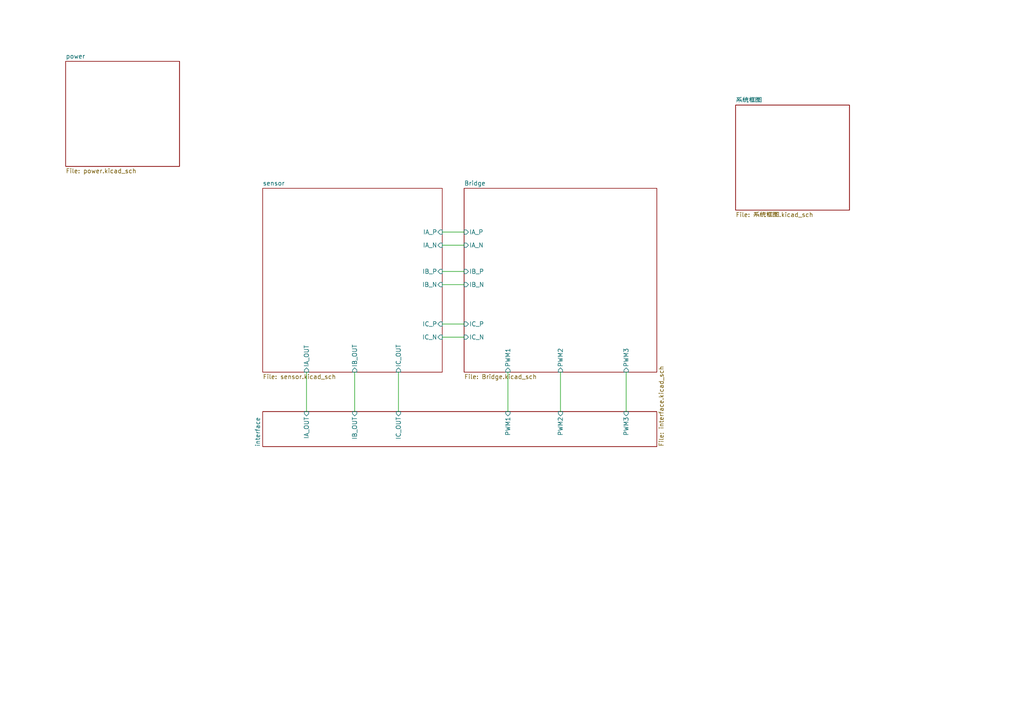
<source format=kicad_sch>
(kicad_sch (version 20230121) (generator eeschema)
  (paper "A4")
  (lib_symbols)
  (wire (pts (xy 128.27 78.74) (xy 134.62 78.74)))
  (wire (pts (xy 102.87 107.95) (xy 102.87 119.38)))
  (wire (pts (xy 88.9 107.95) (xy 88.9 119.38)))
  (wire (pts (xy 181.61 107.95) (xy 181.61 119.38)))
  (wire (pts (xy 128.27 82.55) (xy 134.62 82.55)))
  (wire (pts (xy 128.27 93.98) (xy 134.62 93.98)))
  (wire (pts (xy 128.27 67.31) (xy 134.62 67.31)))
  (wire (pts (xy 115.57 107.95) (xy 115.57 119.38)))
  (wire (pts (xy 128.27 71.12) (xy 134.62 71.12)))
  (wire (pts (xy 128.27 97.79) (xy 134.62 97.79)))
  (wire (pts (xy 147.32 107.95) (xy 147.32 119.38)))
  (wire (pts (xy 162.56 107.95) (xy 162.56 119.38)))
  (sheet (at 134.62 54.61) (size 55.88 53.34) (stroke (width 0.1524))
    (property "Sheetname" "Bridge" (at 134.62 53.8984 0) (effects (justify left bottom)))
    (property "Sheetfile" "Bridge.kicad_sch" (at 134.62 108.5346 0) (effects (justify left top)))
    (pin "IC_N" input (at 134.62 97.79 180))
    (pin "IC_P" input (at 134.62 93.98 180))
    (pin "IA_N" input (at 134.62 71.12 180))
    (pin "IB_P" input (at 134.62 78.74 180))
    (pin "IB_N" input (at 134.62 82.55 180))
    (pin "IA_P" input (at 134.62 67.31 180))
    (pin "PWM1" input (at 147.32 107.95 270))
    (pin "PWM3" input (at 181.61 107.95 270))
    (pin "PWM2" input (at 162.56 107.95 270))
  )
  (sheet (at 76.2 54.61) (size 52.07 53.34) (stroke (width 0.1524))
    (property "Sheetname" "sensor" (at 76.2 53.8984 0) (effects (justify left bottom)))
    (property "Sheetfile" "sensor.kicad_sch" (at 76.2 108.5346 0) (effects (justify left top)))
    (pin "IB_P" input (at 128.27 78.74 0))
    (pin "IA_P" input (at 128.27 67.31 0))
    (pin "IA_OUT" input (at 88.9 107.95 270))
    (pin "IB_N" input (at 128.27 82.55 0))
    (pin "IB_OUT" input (at 102.87 107.95 270))
    (pin "IC_OUT" input (at 115.57 107.95 270))
    (pin "IC_N" input (at 128.27 97.79 0))
    (pin "IC_P" input (at 128.27 93.98 0))
    (pin "IA_N" input (at 128.27 71.12 0))
  )
  (sheet (at 213.36 30.48) (size 33.02 30.48) (stroke (width 0.1524))
    (property "Sheetname" "系统框图" (at 213.36 29.7684 0) (effects (justify left bottom)))
    (property "Sheetfile" "系统框图.kicad_sch" (at 213.36 61.5446 0) (effects (justify left top)))
  )
  (sheet (at 76.2 119.38) (size 114.3 10.16) (stroke (width 0.1524))
    (property "Sheetname" "interface" (at 75.4884 129.54 90) (effects (justify left bottom)))
    (property "Sheetfile" "interface.kicad_sch" (at 191.0846 129.54 90) (effects (justify left top)))
    (pin "IA_OUT" input (at 88.9 119.38 90))
    (pin "IB_OUT" input (at 102.87 119.38 90))
    (pin "IC_OUT" input (at 115.57 119.38 90))
    (pin "PWM1" input (at 147.32 119.38 90))
    (pin "PWM2" input (at 162.56 119.38 90))
    (pin "PWM3" input (at 181.61 119.38 90))
  )
  (sheet (at 19.05 17.78) (size 33.02 30.48) (stroke (width 0.1524))
    (property "Sheetname" "power" (at 19.05 17.0684 0) (effects (justify left bottom)))
    (property "Sheetfile" "power.kicad_sch" (at 19.05 48.8446 0) (effects (justify left top)))
  )
)
</source>
